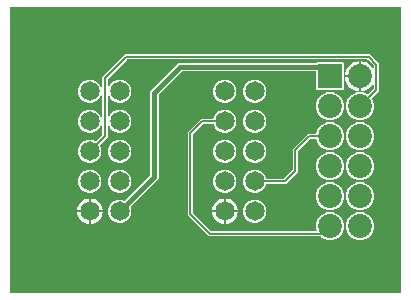
<source format=gbr>
G04 EAGLE Gerber X2 export*
%TF.Part,Single*%
%TF.FileFunction,Copper,L1,Top,Mixed*%
%TF.FilePolarity,Positive*%
%TF.GenerationSoftware,Autodesk,EAGLE,8.6.3*%
%TF.CreationDate,2023-09-30T00:22:19Z*%
G75*
%MOMM*%
%FSLAX34Y34*%
%LPD*%
%AMOC8*
5,1,8,0,0,1.08239X$1,22.5*%
G01*
%ADD10C,1.650000*%
%ADD11R,2.025000X2.025000*%
%ADD12C,2.025000*%
%ADD13C,0.152400*%
%ADD14C,0.406400*%

G36*
X317508Y-13198D02*
X317508Y-13198D01*
X317517Y-13199D01*
X317605Y-13178D01*
X317695Y-13160D01*
X317702Y-13155D01*
X317710Y-13153D01*
X317783Y-13099D01*
X317859Y-13047D01*
X317863Y-13040D01*
X317870Y-13035D01*
X317917Y-12957D01*
X317966Y-12880D01*
X317967Y-12871D01*
X317972Y-12864D01*
X317999Y-12700D01*
X317999Y228600D01*
X317998Y228608D01*
X317999Y228617D01*
X317978Y228705D01*
X317960Y228795D01*
X317955Y228802D01*
X317953Y228810D01*
X317899Y228883D01*
X317847Y228959D01*
X317840Y228963D01*
X317835Y228970D01*
X317757Y229017D01*
X317680Y229066D01*
X317671Y229067D01*
X317664Y229072D01*
X317500Y229099D01*
X-12700Y229099D01*
X-12708Y229098D01*
X-12717Y229099D01*
X-12805Y229078D01*
X-12895Y229060D01*
X-12902Y229055D01*
X-12910Y229053D01*
X-12983Y228999D01*
X-13059Y228947D01*
X-13063Y228940D01*
X-13070Y228935D01*
X-13117Y228857D01*
X-13166Y228780D01*
X-13167Y228771D01*
X-13172Y228764D01*
X-13199Y228600D01*
X-13199Y-12700D01*
X-13198Y-12708D01*
X-13199Y-12717D01*
X-13178Y-12805D01*
X-13160Y-12895D01*
X-13155Y-12902D01*
X-13153Y-12910D01*
X-13099Y-12983D01*
X-13047Y-13059D01*
X-13040Y-13063D01*
X-13035Y-13070D01*
X-12957Y-13117D01*
X-12880Y-13166D01*
X-12871Y-13167D01*
X-12864Y-13172D01*
X-12700Y-13199D01*
X317500Y-13199D01*
X317508Y-13198D01*
G37*
%LPC*%
G36*
X52666Y96905D02*
X52666Y96905D01*
X49073Y98393D01*
X46323Y101143D01*
X44835Y104736D01*
X44835Y108624D01*
X46323Y112217D01*
X49073Y114967D01*
X52666Y116455D01*
X56554Y116455D01*
X59496Y115236D01*
X59507Y115234D01*
X59516Y115229D01*
X59604Y115215D01*
X59692Y115198D01*
X59702Y115200D01*
X59712Y115199D01*
X59799Y115221D01*
X59886Y115239D01*
X59895Y115245D01*
X59905Y115248D01*
X60040Y115344D01*
X64877Y120181D01*
X64884Y120192D01*
X64894Y120199D01*
X64939Y120274D01*
X64987Y120347D01*
X64989Y120359D01*
X64996Y120370D01*
X65023Y120534D01*
X65023Y129167D01*
X65023Y129169D01*
X65023Y129172D01*
X65003Y129265D01*
X64984Y129362D01*
X64982Y129364D01*
X64982Y129366D01*
X64926Y129447D01*
X64871Y129526D01*
X64869Y129527D01*
X64868Y129529D01*
X64785Y129581D01*
X64704Y129633D01*
X64701Y129634D01*
X64700Y129635D01*
X64604Y129650D01*
X64507Y129666D01*
X64505Y129666D01*
X64503Y129666D01*
X64409Y129643D01*
X64314Y129620D01*
X64312Y129619D01*
X64310Y129619D01*
X64231Y129559D01*
X64154Y129502D01*
X64153Y129501D01*
X64151Y129499D01*
X64063Y129358D01*
X62897Y126543D01*
X60147Y123793D01*
X56554Y122305D01*
X52666Y122305D01*
X49073Y123793D01*
X46323Y126543D01*
X44835Y130136D01*
X44835Y134024D01*
X46323Y137617D01*
X49073Y140367D01*
X52666Y141855D01*
X56554Y141855D01*
X60147Y140367D01*
X62897Y137617D01*
X64063Y134802D01*
X64064Y134800D01*
X64064Y134798D01*
X64119Y134718D01*
X64174Y134637D01*
X64176Y134636D01*
X64177Y134634D01*
X64258Y134582D01*
X64341Y134528D01*
X64343Y134528D01*
X64344Y134527D01*
X64440Y134511D01*
X64536Y134494D01*
X64538Y134494D01*
X64541Y134494D01*
X64634Y134516D01*
X64730Y134538D01*
X64732Y134539D01*
X64734Y134540D01*
X64811Y134596D01*
X64891Y134654D01*
X64892Y134656D01*
X64894Y134658D01*
X64943Y134741D01*
X64994Y134825D01*
X64994Y134827D01*
X64996Y134829D01*
X65023Y134993D01*
X65023Y154567D01*
X65023Y154569D01*
X65023Y154572D01*
X65003Y154666D01*
X64984Y154762D01*
X64982Y154764D01*
X64982Y154766D01*
X64926Y154847D01*
X64871Y154926D01*
X64869Y154927D01*
X64868Y154929D01*
X64785Y154981D01*
X64704Y155033D01*
X64701Y155034D01*
X64700Y155035D01*
X64604Y155050D01*
X64507Y155066D01*
X64505Y155066D01*
X64503Y155066D01*
X64409Y155043D01*
X64314Y155020D01*
X64312Y155019D01*
X64310Y155019D01*
X64231Y154959D01*
X64154Y154902D01*
X64153Y154901D01*
X64151Y154899D01*
X64063Y154758D01*
X62897Y151943D01*
X60147Y149193D01*
X56554Y147705D01*
X52666Y147705D01*
X49073Y149193D01*
X46323Y151943D01*
X44835Y155536D01*
X44835Y159424D01*
X46323Y163017D01*
X49073Y165767D01*
X52666Y167255D01*
X56554Y167255D01*
X60147Y165767D01*
X62897Y163017D01*
X64063Y160202D01*
X64064Y160200D01*
X64064Y160198D01*
X64119Y160118D01*
X64174Y160037D01*
X64176Y160036D01*
X64177Y160034D01*
X64258Y159982D01*
X64341Y159928D01*
X64343Y159928D01*
X64344Y159927D01*
X64440Y159911D01*
X64536Y159894D01*
X64538Y159894D01*
X64541Y159894D01*
X64634Y159916D01*
X64730Y159938D01*
X64732Y159939D01*
X64734Y159940D01*
X64811Y159996D01*
X64891Y160054D01*
X64892Y160056D01*
X64894Y160058D01*
X64943Y160141D01*
X64994Y160225D01*
X64994Y160227D01*
X64996Y160229D01*
X65023Y160393D01*
X65023Y169857D01*
X84143Y188977D01*
X291549Y188977D01*
X299467Y181059D01*
X299467Y157803D01*
X293309Y151645D01*
X293304Y151637D01*
X293295Y151631D01*
X293249Y151554D01*
X293200Y151480D01*
X293198Y151469D01*
X293192Y151460D01*
X293180Y151372D01*
X293163Y151284D01*
X293166Y151274D01*
X293164Y151264D01*
X293201Y151101D01*
X294860Y147097D01*
X294860Y142463D01*
X293086Y138181D01*
X289809Y134904D01*
X285527Y133130D01*
X280893Y133130D01*
X276611Y134904D01*
X273334Y138181D01*
X271560Y142463D01*
X271560Y147097D01*
X273334Y151379D01*
X276611Y154656D01*
X280893Y156430D01*
X285527Y156430D01*
X289531Y154771D01*
X289542Y154769D01*
X289551Y154764D01*
X289639Y154750D01*
X289727Y154733D01*
X289737Y154735D01*
X289747Y154734D01*
X289834Y154756D01*
X289921Y154774D01*
X289930Y154780D01*
X289940Y154783D01*
X290075Y154879D01*
X294747Y159551D01*
X294754Y159562D01*
X294764Y159569D01*
X294809Y159644D01*
X294857Y159717D01*
X294859Y159729D01*
X294866Y159740D01*
X294893Y159904D01*
X294893Y163176D01*
X294885Y163219D01*
X294886Y163262D01*
X294865Y163315D01*
X294854Y163371D01*
X294829Y163407D01*
X294813Y163447D01*
X294773Y163488D01*
X294741Y163535D01*
X294704Y163558D01*
X294674Y163589D01*
X294621Y163611D01*
X294574Y163642D01*
X294531Y163649D01*
X294490Y163666D01*
X294433Y163665D01*
X294377Y163675D01*
X294335Y163665D01*
X294292Y163665D01*
X294239Y163642D01*
X294184Y163629D01*
X294149Y163603D01*
X294109Y163586D01*
X294059Y163537D01*
X294024Y163511D01*
X294012Y163491D01*
X293990Y163469D01*
X292871Y161929D01*
X291461Y160519D01*
X289848Y159347D01*
X288072Y158442D01*
X286176Y157826D01*
X284209Y157515D01*
X284209Y169680D01*
X284208Y169688D01*
X284209Y169696D01*
X284188Y169785D01*
X284170Y169875D01*
X284165Y169882D01*
X284163Y169890D01*
X284109Y169963D01*
X284057Y170039D01*
X284050Y170043D01*
X284045Y170050D01*
X283967Y170096D01*
X283890Y170146D01*
X283881Y170147D01*
X283874Y170151D01*
X283710Y170179D01*
X283209Y170179D01*
X283209Y170181D01*
X283710Y170181D01*
X283718Y170183D01*
X283726Y170181D01*
X283815Y170202D01*
X283905Y170220D01*
X283912Y170225D01*
X283920Y170227D01*
X283993Y170281D01*
X284069Y170333D01*
X284073Y170340D01*
X284080Y170345D01*
X284126Y170423D01*
X284176Y170501D01*
X284177Y170509D01*
X284181Y170516D01*
X284209Y170680D01*
X284209Y182845D01*
X286176Y182534D01*
X288072Y181918D01*
X289848Y181013D01*
X291461Y179841D01*
X292871Y178431D01*
X293990Y176891D01*
X294022Y176861D01*
X294047Y176825D01*
X294095Y176795D01*
X294137Y176756D01*
X294178Y176742D01*
X294214Y176718D01*
X294271Y176709D01*
X294324Y176690D01*
X294368Y176692D01*
X294411Y176685D01*
X294466Y176698D01*
X294523Y176702D01*
X294562Y176721D01*
X294604Y176731D01*
X294650Y176765D01*
X294701Y176790D01*
X294729Y176823D01*
X294764Y176849D01*
X294793Y176898D01*
X294830Y176941D01*
X294843Y176983D01*
X294866Y177020D01*
X294877Y177089D01*
X294890Y177131D01*
X294888Y177154D01*
X294893Y177184D01*
X294893Y178958D01*
X294891Y178970D01*
X294893Y178983D01*
X294871Y179067D01*
X294854Y179153D01*
X294847Y179163D01*
X294843Y179175D01*
X294747Y179311D01*
X289801Y184257D01*
X289790Y184264D01*
X289783Y184274D01*
X289708Y184319D01*
X289635Y184367D01*
X289623Y184369D01*
X289612Y184376D01*
X289448Y184403D01*
X86244Y184403D01*
X86232Y184401D01*
X86219Y184403D01*
X86135Y184381D01*
X86049Y184364D01*
X86039Y184357D01*
X86027Y184353D01*
X85891Y184257D01*
X69743Y168109D01*
X69736Y168098D01*
X69726Y168091D01*
X69681Y168016D01*
X69633Y167943D01*
X69631Y167931D01*
X69624Y167920D01*
X69597Y167756D01*
X69597Y160393D01*
X69597Y160391D01*
X69597Y160388D01*
X69617Y160294D01*
X69636Y160198D01*
X69638Y160196D01*
X69638Y160194D01*
X69694Y160113D01*
X69749Y160034D01*
X69751Y160033D01*
X69752Y160031D01*
X69835Y159979D01*
X69916Y159927D01*
X69919Y159926D01*
X69920Y159925D01*
X70016Y159910D01*
X70113Y159894D01*
X70115Y159894D01*
X70117Y159894D01*
X70211Y159917D01*
X70306Y159940D01*
X70308Y159941D01*
X70310Y159941D01*
X70389Y160001D01*
X70466Y160058D01*
X70467Y160059D01*
X70469Y160061D01*
X70557Y160202D01*
X71723Y163017D01*
X74473Y165767D01*
X78066Y167255D01*
X81954Y167255D01*
X85547Y165767D01*
X88297Y163017D01*
X89785Y159424D01*
X89785Y155536D01*
X88297Y151943D01*
X85547Y149193D01*
X81954Y147705D01*
X78066Y147705D01*
X74473Y149193D01*
X71723Y151943D01*
X70557Y154758D01*
X70556Y154760D01*
X70556Y154762D01*
X70501Y154842D01*
X70446Y154923D01*
X70444Y154924D01*
X70443Y154926D01*
X70362Y154978D01*
X70279Y155032D01*
X70277Y155032D01*
X70276Y155033D01*
X70180Y155049D01*
X70084Y155066D01*
X70082Y155066D01*
X70079Y155066D01*
X69986Y155044D01*
X69890Y155022D01*
X69888Y155021D01*
X69886Y155020D01*
X69809Y154964D01*
X69729Y154906D01*
X69728Y154904D01*
X69726Y154902D01*
X69677Y154819D01*
X69626Y154735D01*
X69626Y154733D01*
X69624Y154731D01*
X69597Y154567D01*
X69597Y134993D01*
X69597Y134991D01*
X69597Y134988D01*
X69617Y134894D01*
X69636Y134798D01*
X69638Y134796D01*
X69638Y134794D01*
X69694Y134713D01*
X69749Y134634D01*
X69751Y134633D01*
X69752Y134631D01*
X69835Y134579D01*
X69916Y134527D01*
X69919Y134526D01*
X69920Y134525D01*
X70016Y134510D01*
X70113Y134494D01*
X70115Y134494D01*
X70117Y134494D01*
X70211Y134517D01*
X70306Y134540D01*
X70308Y134541D01*
X70310Y134541D01*
X70389Y134601D01*
X70466Y134658D01*
X70467Y134659D01*
X70469Y134661D01*
X70557Y134802D01*
X71723Y137617D01*
X74473Y140367D01*
X78066Y141855D01*
X81954Y141855D01*
X85547Y140367D01*
X88297Y137617D01*
X89785Y134024D01*
X89785Y130136D01*
X88297Y126543D01*
X85547Y123793D01*
X81954Y122305D01*
X78066Y122305D01*
X74473Y123793D01*
X71723Y126543D01*
X70557Y129358D01*
X70556Y129360D01*
X70556Y129362D01*
X70501Y129442D01*
X70446Y129523D01*
X70444Y129524D01*
X70443Y129526D01*
X70362Y129578D01*
X70279Y129632D01*
X70277Y129632D01*
X70276Y129633D01*
X70180Y129649D01*
X70084Y129666D01*
X70082Y129666D01*
X70079Y129666D01*
X69986Y129644D01*
X69890Y129622D01*
X69888Y129621D01*
X69886Y129620D01*
X69809Y129564D01*
X69729Y129506D01*
X69728Y129504D01*
X69726Y129502D01*
X69677Y129419D01*
X69626Y129335D01*
X69626Y129333D01*
X69624Y129331D01*
X69597Y129167D01*
X69597Y118433D01*
X68111Y116947D01*
X63274Y112110D01*
X63269Y112102D01*
X63260Y112096D01*
X63214Y112019D01*
X63165Y111945D01*
X63163Y111934D01*
X63157Y111925D01*
X63145Y111837D01*
X63128Y111749D01*
X63130Y111739D01*
X63129Y111728D01*
X63166Y111566D01*
X64385Y108624D01*
X64385Y104736D01*
X62897Y101143D01*
X60147Y98393D01*
X56554Y96905D01*
X52666Y96905D01*
G37*
%LPD*%
%LPC*%
G36*
X78066Y46105D02*
X78066Y46105D01*
X74473Y47593D01*
X71723Y50343D01*
X70235Y53936D01*
X70235Y57824D01*
X71723Y61417D01*
X74473Y64167D01*
X78066Y65655D01*
X81954Y65655D01*
X83626Y64962D01*
X83637Y64960D01*
X83646Y64955D01*
X83734Y64941D01*
X83822Y64924D01*
X83832Y64926D01*
X83842Y64925D01*
X83929Y64947D01*
X84016Y64965D01*
X84025Y64971D01*
X84035Y64974D01*
X84170Y65070D01*
X105517Y86417D01*
X105524Y86428D01*
X105534Y86435D01*
X105579Y86510D01*
X105627Y86583D01*
X105629Y86595D01*
X105636Y86606D01*
X105663Y86770D01*
X105663Y157683D01*
X129337Y181357D01*
X246374Y181357D01*
X246386Y181359D01*
X246398Y181357D01*
X246483Y181379D01*
X246569Y181396D01*
X246579Y181403D01*
X246591Y181407D01*
X246727Y181503D01*
X247053Y181830D01*
X268567Y181830D01*
X269460Y180937D01*
X269460Y159423D01*
X268567Y158530D01*
X247053Y158530D01*
X246160Y159423D01*
X246160Y173744D01*
X246159Y173752D01*
X246160Y173761D01*
X246139Y173849D01*
X246121Y173939D01*
X246116Y173946D01*
X246114Y173954D01*
X246060Y174027D01*
X246008Y174103D01*
X246001Y174107D01*
X245996Y174114D01*
X245918Y174161D01*
X245841Y174210D01*
X245832Y174211D01*
X245825Y174216D01*
X245661Y174243D01*
X132490Y174243D01*
X132478Y174241D01*
X132465Y174243D01*
X132381Y174221D01*
X132295Y174204D01*
X132285Y174197D01*
X132273Y174193D01*
X132137Y174097D01*
X112923Y154883D01*
X112916Y154872D01*
X112906Y154865D01*
X112861Y154790D01*
X112813Y154717D01*
X112811Y154705D01*
X112804Y154694D01*
X112777Y154530D01*
X112777Y83617D01*
X110547Y81387D01*
X89200Y60040D01*
X89199Y60039D01*
X89198Y60038D01*
X89194Y60031D01*
X89186Y60026D01*
X89140Y59949D01*
X89091Y59875D01*
X89089Y59864D01*
X89083Y59855D01*
X89071Y59767D01*
X89054Y59679D01*
X89056Y59669D01*
X89055Y59658D01*
X89092Y59496D01*
X89785Y57824D01*
X89785Y53936D01*
X88297Y50343D01*
X85547Y47593D01*
X81954Y46105D01*
X78066Y46105D01*
G37*
%LPD*%
%LPC*%
G36*
X255493Y31530D02*
X255493Y31530D01*
X251211Y33304D01*
X250118Y34397D01*
X250107Y34404D01*
X250100Y34414D01*
X250025Y34458D01*
X249952Y34507D01*
X249940Y34509D01*
X249929Y34516D01*
X249765Y34543D01*
X155263Y34543D01*
X137413Y52393D01*
X137413Y122867D01*
X148913Y134367D01*
X158944Y134367D01*
X158954Y134369D01*
X158964Y134367D01*
X159051Y134388D01*
X159138Y134406D01*
X159147Y134412D01*
X159157Y134415D01*
X159229Y134468D01*
X159302Y134519D01*
X159308Y134528D01*
X159316Y134534D01*
X159405Y134675D01*
X160623Y137617D01*
X163373Y140367D01*
X166966Y141855D01*
X170854Y141855D01*
X174447Y140367D01*
X177197Y137617D01*
X178685Y134024D01*
X178685Y130136D01*
X177197Y126543D01*
X174447Y123793D01*
X170854Y122305D01*
X166966Y122305D01*
X163373Y123793D01*
X160623Y126543D01*
X159405Y129485D01*
X159399Y129494D01*
X159396Y129504D01*
X159344Y129576D01*
X159294Y129650D01*
X159285Y129656D01*
X159279Y129664D01*
X159202Y129709D01*
X159127Y129758D01*
X159117Y129760D01*
X159108Y129766D01*
X158944Y129793D01*
X151014Y129793D01*
X151002Y129791D01*
X150989Y129793D01*
X150905Y129771D01*
X150819Y129754D01*
X150809Y129747D01*
X150797Y129743D01*
X150661Y129647D01*
X142133Y121119D01*
X142126Y121108D01*
X142116Y121101D01*
X142071Y121026D01*
X142023Y120953D01*
X142021Y120941D01*
X142014Y120930D01*
X141987Y120766D01*
X141987Y54494D01*
X141989Y54482D01*
X141987Y54469D01*
X142009Y54385D01*
X142026Y54299D01*
X142033Y54289D01*
X142037Y54277D01*
X142133Y54141D01*
X157011Y39263D01*
X157022Y39256D01*
X157029Y39246D01*
X157104Y39201D01*
X157177Y39153D01*
X157189Y39151D01*
X157200Y39144D01*
X157364Y39117D01*
X246136Y39117D01*
X246142Y39118D01*
X246149Y39117D01*
X246240Y39138D01*
X246331Y39156D01*
X246336Y39160D01*
X246343Y39161D01*
X246418Y39216D01*
X246495Y39269D01*
X246498Y39274D01*
X246504Y39278D01*
X246552Y39358D01*
X246602Y39436D01*
X246603Y39443D01*
X246606Y39448D01*
X246620Y39540D01*
X246635Y39633D01*
X246634Y39639D01*
X246635Y39645D01*
X246598Y39807D01*
X246160Y40863D01*
X246160Y45497D01*
X247934Y49779D01*
X251211Y53056D01*
X255493Y54830D01*
X260127Y54830D01*
X264409Y53056D01*
X267686Y49779D01*
X269460Y45497D01*
X269460Y40863D01*
X267686Y36581D01*
X264409Y33304D01*
X260127Y31530D01*
X255493Y31530D01*
G37*
%LPD*%
%LPC*%
G36*
X192366Y71505D02*
X192366Y71505D01*
X188773Y72993D01*
X186023Y75743D01*
X184535Y79336D01*
X184535Y83224D01*
X186023Y86817D01*
X188773Y89567D01*
X192366Y91055D01*
X196254Y91055D01*
X199847Y89567D01*
X202597Y86817D01*
X203815Y83875D01*
X203821Y83866D01*
X203824Y83856D01*
X203876Y83784D01*
X203926Y83710D01*
X203935Y83704D01*
X203941Y83696D01*
X204018Y83651D01*
X204093Y83602D01*
X204103Y83600D01*
X204112Y83594D01*
X204276Y83567D01*
X218556Y83567D01*
X218568Y83569D01*
X218581Y83567D01*
X218665Y83589D01*
X218751Y83606D01*
X218761Y83613D01*
X218773Y83617D01*
X218909Y83713D01*
X226167Y90971D01*
X226174Y90982D01*
X226184Y90989D01*
X226229Y91064D01*
X226277Y91137D01*
X226279Y91149D01*
X226286Y91160D01*
X226313Y91324D01*
X226313Y108897D01*
X239083Y121667D01*
X245814Y121667D01*
X245824Y121669D01*
X245835Y121667D01*
X245921Y121688D01*
X246009Y121706D01*
X246018Y121712D01*
X246028Y121715D01*
X246099Y121768D01*
X246173Y121819D01*
X246178Y121828D01*
X246187Y121834D01*
X246275Y121975D01*
X247934Y125979D01*
X251211Y129256D01*
X255493Y131030D01*
X260127Y131030D01*
X264409Y129256D01*
X267686Y125979D01*
X269460Y121697D01*
X269460Y117063D01*
X267686Y112781D01*
X264409Y109504D01*
X260127Y107730D01*
X255493Y107730D01*
X251211Y109504D01*
X247934Y112781D01*
X246275Y116785D01*
X246269Y116794D01*
X246267Y116804D01*
X246214Y116876D01*
X246164Y116950D01*
X246155Y116956D01*
X246149Y116964D01*
X246073Y117009D01*
X245997Y117058D01*
X245987Y117060D01*
X245978Y117066D01*
X245814Y117093D01*
X241184Y117093D01*
X241172Y117091D01*
X241159Y117093D01*
X241075Y117071D01*
X240989Y117054D01*
X240979Y117047D01*
X240967Y117043D01*
X240831Y116947D01*
X231033Y107149D01*
X231026Y107138D01*
X231016Y107131D01*
X230971Y107056D01*
X230923Y106983D01*
X230921Y106971D01*
X230914Y106960D01*
X230887Y106796D01*
X230887Y89223D01*
X220657Y78993D01*
X204276Y78993D01*
X204266Y78991D01*
X204256Y78993D01*
X204169Y78972D01*
X204082Y78954D01*
X204073Y78948D01*
X204063Y78945D01*
X203991Y78892D01*
X203918Y78841D01*
X203912Y78832D01*
X203904Y78826D01*
X203815Y78685D01*
X202597Y75743D01*
X199847Y72993D01*
X196254Y71505D01*
X192366Y71505D01*
G37*
%LPD*%
%LPC*%
G36*
X280893Y31530D02*
X280893Y31530D01*
X276611Y33304D01*
X273334Y36581D01*
X271560Y40863D01*
X271560Y45497D01*
X273334Y49779D01*
X276611Y53056D01*
X280893Y54830D01*
X285527Y54830D01*
X289809Y53056D01*
X293086Y49779D01*
X294860Y45497D01*
X294860Y40863D01*
X293086Y36581D01*
X289809Y33304D01*
X285527Y31530D01*
X280893Y31530D01*
G37*
%LPD*%
%LPC*%
G36*
X280893Y56930D02*
X280893Y56930D01*
X276611Y58704D01*
X273334Y61981D01*
X271560Y66263D01*
X271560Y70897D01*
X273334Y75179D01*
X276611Y78456D01*
X280893Y80230D01*
X285527Y80230D01*
X289809Y78456D01*
X293086Y75179D01*
X294860Y70897D01*
X294860Y66263D01*
X293086Y61981D01*
X289809Y58704D01*
X285527Y56930D01*
X280893Y56930D01*
G37*
%LPD*%
%LPC*%
G36*
X255493Y56930D02*
X255493Y56930D01*
X251211Y58704D01*
X247934Y61981D01*
X246160Y66263D01*
X246160Y70897D01*
X247934Y75179D01*
X251211Y78456D01*
X255493Y80230D01*
X260127Y80230D01*
X264409Y78456D01*
X267686Y75179D01*
X269460Y70897D01*
X269460Y66263D01*
X267686Y61981D01*
X264409Y58704D01*
X260127Y56930D01*
X255493Y56930D01*
G37*
%LPD*%
%LPC*%
G36*
X280893Y82330D02*
X280893Y82330D01*
X276611Y84104D01*
X273334Y87381D01*
X271560Y91663D01*
X271560Y96297D01*
X273334Y100579D01*
X276611Y103856D01*
X280893Y105630D01*
X285527Y105630D01*
X289809Y103856D01*
X293086Y100579D01*
X294860Y96297D01*
X294860Y91663D01*
X293086Y87381D01*
X289809Y84104D01*
X285527Y82330D01*
X280893Y82330D01*
G37*
%LPD*%
%LPC*%
G36*
X255493Y133130D02*
X255493Y133130D01*
X251211Y134904D01*
X247934Y138181D01*
X246160Y142463D01*
X246160Y147097D01*
X247934Y151379D01*
X251211Y154656D01*
X255493Y156430D01*
X260127Y156430D01*
X264409Y154656D01*
X267686Y151379D01*
X269460Y147097D01*
X269460Y142463D01*
X267686Y138181D01*
X264409Y134904D01*
X260127Y133130D01*
X255493Y133130D01*
G37*
%LPD*%
%LPC*%
G36*
X255493Y82330D02*
X255493Y82330D01*
X251211Y84104D01*
X247934Y87381D01*
X246160Y91663D01*
X246160Y96297D01*
X247934Y100579D01*
X251211Y103856D01*
X255493Y105630D01*
X260127Y105630D01*
X264409Y103856D01*
X267686Y100579D01*
X269460Y96297D01*
X269460Y91663D01*
X267686Y87381D01*
X264409Y84104D01*
X260127Y82330D01*
X255493Y82330D01*
G37*
%LPD*%
%LPC*%
G36*
X280893Y107730D02*
X280893Y107730D01*
X276611Y109504D01*
X273334Y112781D01*
X271560Y117063D01*
X271560Y121697D01*
X273334Y125979D01*
X276611Y129256D01*
X280893Y131030D01*
X285527Y131030D01*
X289809Y129256D01*
X293086Y125979D01*
X294860Y121697D01*
X294860Y117063D01*
X293086Y112781D01*
X289809Y109504D01*
X285527Y107730D01*
X280893Y107730D01*
G37*
%LPD*%
%LPC*%
G36*
X192366Y147705D02*
X192366Y147705D01*
X188773Y149193D01*
X186023Y151943D01*
X184535Y155536D01*
X184535Y159424D01*
X186023Y163017D01*
X188773Y165767D01*
X192366Y167255D01*
X196254Y167255D01*
X199847Y165767D01*
X202597Y163017D01*
X204085Y159424D01*
X204085Y155536D01*
X202597Y151943D01*
X199847Y149193D01*
X196254Y147705D01*
X192366Y147705D01*
G37*
%LPD*%
%LPC*%
G36*
X166966Y147705D02*
X166966Y147705D01*
X163373Y149193D01*
X160623Y151943D01*
X159135Y155536D01*
X159135Y159424D01*
X160623Y163017D01*
X163373Y165767D01*
X166966Y167255D01*
X170854Y167255D01*
X174447Y165767D01*
X177197Y163017D01*
X178685Y159424D01*
X178685Y155536D01*
X177197Y151943D01*
X174447Y149193D01*
X170854Y147705D01*
X166966Y147705D01*
G37*
%LPD*%
%LPC*%
G36*
X192366Y122305D02*
X192366Y122305D01*
X188773Y123793D01*
X186023Y126543D01*
X184535Y130136D01*
X184535Y134024D01*
X186023Y137617D01*
X188773Y140367D01*
X192366Y141855D01*
X196254Y141855D01*
X199847Y140367D01*
X202597Y137617D01*
X204085Y134024D01*
X204085Y130136D01*
X202597Y126543D01*
X199847Y123793D01*
X196254Y122305D01*
X192366Y122305D01*
G37*
%LPD*%
%LPC*%
G36*
X192366Y96905D02*
X192366Y96905D01*
X188773Y98393D01*
X186023Y101143D01*
X184535Y104736D01*
X184535Y108624D01*
X186023Y112217D01*
X188773Y114967D01*
X192366Y116455D01*
X196254Y116455D01*
X199847Y114967D01*
X202597Y112217D01*
X204085Y108624D01*
X204085Y104736D01*
X202597Y101143D01*
X199847Y98393D01*
X196254Y96905D01*
X192366Y96905D01*
G37*
%LPD*%
%LPC*%
G36*
X166966Y96905D02*
X166966Y96905D01*
X163373Y98393D01*
X160623Y101143D01*
X159135Y104736D01*
X159135Y108624D01*
X160623Y112217D01*
X163373Y114967D01*
X166966Y116455D01*
X170854Y116455D01*
X174447Y114967D01*
X177197Y112217D01*
X178685Y108624D01*
X178685Y104736D01*
X177197Y101143D01*
X174447Y98393D01*
X170854Y96905D01*
X166966Y96905D01*
G37*
%LPD*%
%LPC*%
G36*
X78066Y96905D02*
X78066Y96905D01*
X74473Y98393D01*
X71723Y101143D01*
X70235Y104736D01*
X70235Y108624D01*
X71723Y112217D01*
X74473Y114967D01*
X78066Y116455D01*
X81954Y116455D01*
X85547Y114967D01*
X88297Y112217D01*
X89785Y108624D01*
X89785Y104736D01*
X88297Y101143D01*
X85547Y98393D01*
X81954Y96905D01*
X78066Y96905D01*
G37*
%LPD*%
%LPC*%
G36*
X78066Y71505D02*
X78066Y71505D01*
X74473Y72993D01*
X71723Y75743D01*
X70235Y79336D01*
X70235Y83224D01*
X71723Y86817D01*
X74473Y89567D01*
X78066Y91055D01*
X81954Y91055D01*
X85547Y89567D01*
X88297Y86817D01*
X89785Y83224D01*
X89785Y79336D01*
X88297Y75743D01*
X85547Y72993D01*
X81954Y71505D01*
X78066Y71505D01*
G37*
%LPD*%
%LPC*%
G36*
X166966Y71505D02*
X166966Y71505D01*
X163373Y72993D01*
X160623Y75743D01*
X159135Y79336D01*
X159135Y83224D01*
X160623Y86817D01*
X163373Y89567D01*
X166966Y91055D01*
X170854Y91055D01*
X174447Y89567D01*
X177197Y86817D01*
X178685Y83224D01*
X178685Y79336D01*
X177197Y75743D01*
X174447Y72993D01*
X170854Y71505D01*
X166966Y71505D01*
G37*
%LPD*%
%LPC*%
G36*
X192366Y46105D02*
X192366Y46105D01*
X188773Y47593D01*
X186023Y50343D01*
X184535Y53936D01*
X184535Y57824D01*
X186023Y61417D01*
X188773Y64167D01*
X192366Y65655D01*
X196254Y65655D01*
X199847Y64167D01*
X202597Y61417D01*
X204085Y57824D01*
X204085Y53936D01*
X202597Y50343D01*
X199847Y47593D01*
X196254Y46105D01*
X192366Y46105D01*
G37*
%LPD*%
%LPC*%
G36*
X52666Y71505D02*
X52666Y71505D01*
X49073Y72993D01*
X46323Y75743D01*
X44835Y79336D01*
X44835Y83224D01*
X46323Y86817D01*
X49073Y89567D01*
X52666Y91055D01*
X56554Y91055D01*
X60147Y89567D01*
X62897Y86817D01*
X64385Y83224D01*
X64385Y79336D01*
X62897Y75743D01*
X60147Y72993D01*
X56554Y71505D01*
X52666Y71505D01*
G37*
%LPD*%
%LPC*%
G36*
X270545Y171179D02*
X270545Y171179D01*
X270856Y173146D01*
X271472Y175042D01*
X272377Y176818D01*
X273549Y178431D01*
X274959Y179841D01*
X276572Y181013D01*
X278348Y181918D01*
X280244Y182534D01*
X282211Y182845D01*
X282211Y171179D01*
X270545Y171179D01*
G37*
%LPD*%
%LPC*%
G36*
X280244Y157826D02*
X280244Y157826D01*
X278348Y158442D01*
X276572Y159347D01*
X274959Y160519D01*
X273549Y161929D01*
X272377Y163542D01*
X271472Y165318D01*
X270856Y167214D01*
X270545Y169181D01*
X282211Y169181D01*
X282211Y157515D01*
X280244Y157826D01*
G37*
%LPD*%
%LPC*%
G36*
X169909Y56879D02*
X169909Y56879D01*
X169909Y66647D01*
X171437Y66405D01*
X173052Y65880D01*
X174566Y65109D01*
X175940Y64111D01*
X177141Y62910D01*
X178139Y61536D01*
X178910Y60022D01*
X179435Y58407D01*
X179677Y56879D01*
X169909Y56879D01*
G37*
%LPD*%
%LPC*%
G36*
X55609Y56879D02*
X55609Y56879D01*
X55609Y66647D01*
X57137Y66405D01*
X58752Y65880D01*
X60266Y65109D01*
X61640Y64111D01*
X62841Y62910D01*
X63839Y61536D01*
X64610Y60022D01*
X65135Y58407D01*
X65377Y56879D01*
X55609Y56879D01*
G37*
%LPD*%
%LPC*%
G36*
X43843Y56879D02*
X43843Y56879D01*
X44085Y58407D01*
X44610Y60022D01*
X45381Y61536D01*
X46379Y62910D01*
X47580Y64111D01*
X48954Y65109D01*
X50468Y65880D01*
X52083Y66405D01*
X53611Y66647D01*
X53611Y56879D01*
X43843Y56879D01*
G37*
%LPD*%
%LPC*%
G36*
X158143Y56879D02*
X158143Y56879D01*
X158385Y58407D01*
X158910Y60022D01*
X159681Y61536D01*
X160679Y62910D01*
X161880Y64111D01*
X163254Y65109D01*
X164768Y65880D01*
X166383Y66405D01*
X167911Y66647D01*
X167911Y56879D01*
X158143Y56879D01*
G37*
%LPD*%
%LPC*%
G36*
X169909Y54881D02*
X169909Y54881D01*
X179677Y54881D01*
X179435Y53353D01*
X178910Y51738D01*
X178139Y50224D01*
X177141Y48850D01*
X175940Y47649D01*
X174566Y46651D01*
X173052Y45880D01*
X171437Y45355D01*
X169909Y45113D01*
X169909Y54881D01*
G37*
%LPD*%
%LPC*%
G36*
X55609Y54881D02*
X55609Y54881D01*
X65377Y54881D01*
X65135Y53353D01*
X64610Y51738D01*
X63839Y50224D01*
X62841Y48850D01*
X61640Y47649D01*
X60266Y46651D01*
X58752Y45880D01*
X57137Y45355D01*
X55609Y45113D01*
X55609Y54881D01*
G37*
%LPD*%
%LPC*%
G36*
X166383Y45355D02*
X166383Y45355D01*
X164768Y45880D01*
X163254Y46651D01*
X161880Y47649D01*
X160679Y48850D01*
X159681Y50224D01*
X158910Y51738D01*
X158385Y53353D01*
X158143Y54881D01*
X167911Y54881D01*
X167911Y45113D01*
X166383Y45355D01*
G37*
%LPD*%
%LPC*%
G36*
X52083Y45355D02*
X52083Y45355D01*
X50468Y45880D01*
X48954Y46651D01*
X47580Y47649D01*
X46379Y48850D01*
X45381Y50224D01*
X44610Y51738D01*
X44085Y53353D01*
X43843Y54881D01*
X53611Y54881D01*
X53611Y45113D01*
X52083Y45355D01*
G37*
%LPD*%
%LPC*%
G36*
X168909Y55879D02*
X168909Y55879D01*
X168909Y55881D01*
X168911Y55881D01*
X168911Y55879D01*
X168909Y55879D01*
G37*
%LPD*%
%LPC*%
G36*
X54609Y55879D02*
X54609Y55879D01*
X54609Y55881D01*
X54611Y55881D01*
X54611Y55879D01*
X54609Y55879D01*
G37*
%LPD*%
D10*
X80010Y157480D03*
X54610Y157480D03*
X80010Y132080D03*
X54610Y132080D03*
X80010Y106680D03*
X54610Y106680D03*
X54610Y81280D03*
X80010Y81280D03*
X54610Y55880D03*
X80010Y55880D03*
X194310Y157480D03*
X168910Y157480D03*
X194310Y132080D03*
X168910Y132080D03*
X194310Y106680D03*
X168910Y106680D03*
X168910Y81280D03*
X194310Y81280D03*
X168910Y55880D03*
X194310Y55880D03*
D11*
X257810Y170180D03*
D12*
X283210Y170180D03*
X257810Y144780D03*
X283210Y144780D03*
X257810Y119380D03*
X283210Y119380D03*
X257810Y93980D03*
X283210Y93980D03*
X257810Y68580D03*
X283210Y68580D03*
X257810Y43180D03*
X283210Y43180D03*
D13*
X67310Y119380D02*
X54610Y106680D01*
X290602Y186690D02*
X297180Y180112D01*
X297180Y158750D01*
X290602Y186690D02*
X85090Y186690D01*
X283210Y144780D02*
X297180Y158750D01*
X67310Y168910D02*
X67310Y119380D01*
X67310Y168910D02*
X85090Y186690D01*
D14*
X109220Y85090D02*
X80010Y55880D01*
X250190Y177800D02*
X257810Y170180D01*
X109220Y156210D02*
X109220Y85090D01*
X109220Y156210D02*
X130810Y177800D01*
X250190Y177800D01*
D13*
X257810Y43180D02*
X251460Y36830D01*
X156210Y36830D02*
X139700Y53340D01*
X139700Y121920D01*
X149860Y132080D02*
X168910Y132080D01*
X156210Y36830D02*
X251460Y36830D01*
X149860Y132080D02*
X139700Y121920D01*
X194310Y81280D02*
X219710Y81280D01*
X228600Y90170D02*
X228600Y107950D01*
X240030Y119380D01*
X257810Y119380D01*
X228600Y90170D02*
X219710Y81280D01*
M02*

</source>
